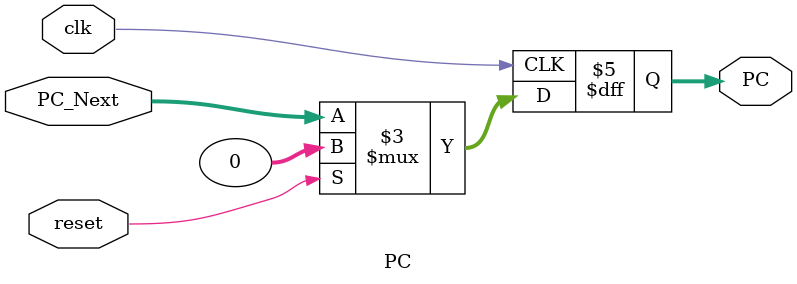
<source format=v>


module PC (
    input clk,
    input reset,
    input [31:0] PC_Next,
    output reg [31:0] PC);
    
    always@(posedge clk)begin
        if(reset)
            PC <= 32'b00;
        else
            PC <= PC_Next;
     end

endmodule
</source>
